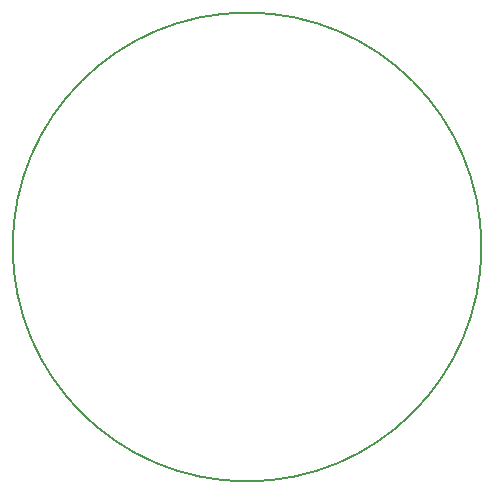
<source format=gbr>
G04 #@! TF.FileFunction,Profile,NP*
%FSLAX46Y46*%
G04 Gerber Fmt 4.6, Leading zero omitted, Abs format (unit mm)*
G04 Created by KiCad (PCBNEW 4.0.7) date Friday, July 23, 2021 'PMt' 11:18:56 PM*
%MOMM*%
%LPD*%
G01*
G04 APERTURE LIST*
%ADD10C,0.100000*%
%ADD11C,0.150000*%
G04 APERTURE END LIST*
D10*
D11*
X59443639Y-40000000D02*
G75*
G03X59443639Y-40000000I-19843639J0D01*
G01*
M02*

</source>
